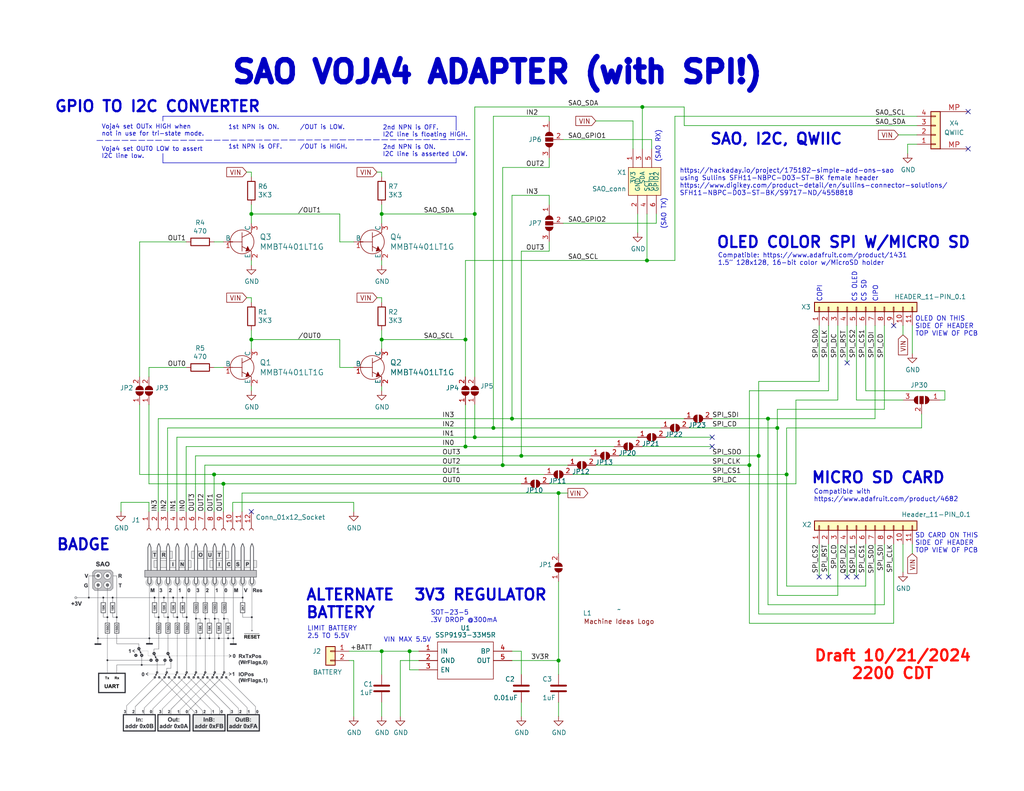
<source format=kicad_sch>
(kicad_sch (version 20231120) (generator "eeschema") (generator_version "8.0")
  (paper "A")
  (title_block (title "SAO Voja4 Adapter") (date "2024-10-21") (rev "1.0") (comment 3 "Designed by: Andy G., Koppany H.") (comment 4 "All non-polarized capacitors are X7R or X5R ceramic unless otherwise noted."))
  (lib_symbols
    (symbol "ANDY_SYMBOL_LIBRARY:GND" (power) (pin_names (offset 0))
      (property "Value" "GND" (at 3.937 -1.905 0))
      (symbol "GND_1_1"
        (pin power_in line (at 0 0 270) (length 0) hide (name "GND") (number "1"))
      )
    )
    (symbol "ANDY_SYMBOL_LIBRARY:MMBT4401LT1G-Digikey-Transistors" (pin_names (offset 0))
      (property "Reference" "Q4" (at 4.445 0 0))
      (property "Value" "MMBT4401LT1G" (at 4.572 -2.54 0))
      (symbol "MMBT4401LT1G-Digikey-Transistors_1_1"
        (pin input line (at -5.08 0 0) (length 2.54) (name "B") (number "1"))
        (pin passive line (at 2.54 -5.08 90) (length 2.54) (name "E") (number "2"))
        (pin passive line (at 2.54 5.08 270) (length 2.54) (name "C") (number "3"))
      )
    )
    (symbol "ANDY_SYMBOL_LIBRARY:Machine_Ideas_Logo"
      (property "Reference" "L" (at 0 0 0))
      (symbol "Machine_Ideas_Logo_1_1"
        (text "Machine Ideas Logo" (at 8.89 -2.032 0) (effects (font (size 1.27 1.27))))
      )
    )
    (symbol "ANDY_SYMBOL_LIBRARY:SAO_conn_SFH11-NBPC-D03-ST-BK-badgelife_shitty_addon_v169bis" (pin_names (offset 1.016))
      (property "Reference" "X1" (at -8.1534 1.1938 0))
      (property "Value" "SAO_conn_SFH11-NBPC-D03-ST-BK" (at -10.6934 -18.9484 0))
      (symbol "SAO_conn_SFH11-NBPC-D03-ST-BK-badgelife_shitty_addon_v169bis_1_1"
        (pin input line (at -3.81 7.62 270) (length 5.08) (name "3V3") (number "1"))
        (pin input line (at -2.54 -10.16 90) (length 5.08) (name "GND") (number "2"))
        (pin bidirectional line (at -1.27 7.62 270) (length 5.08) (name "SDA") (number "3"))
        (pin bidirectional line (at 0 -10.16 90) (length 5.08) (name "SCL") (number "4"))
        (pin bidirectional line (at 1.27 7.62 270) (length 5.08) (name "GPIO1") (number "5"))
        (pin bidirectional line (at 2.54 -10.16 90) (length 5.08) (name "GPIO2") (number "6"))
      )
    )
    (symbol "CORE_64_LIBRARY:Connector_QWIIC_4x1_MP" (pin_names (offset 1.016) hide)
      (property "Reference" "J" (at 0 5.08 0))
      (property "Value" "Connector_QWIIC_4x1_MP" (at 0 -7.62 0))
      (symbol "Connector_QWIIC_4x1_MP_1_1"
        (pin passive line (at -5.08 2.54 0) (length 3.81) (name "Pin_1") (number "1"))
        (pin passive line (at -5.08 0 0) (length 3.81) (name "Pin_2") (number "2"))
        (pin passive line (at -5.08 -2.54 0) (length 3.81) (name "Pin_3") (number "3"))
        (pin passive line (at -5.08 -5.08 0) (length 3.81) (name "Pin_4") (number "4"))
        (pin free line (at 8.89 -6.35 180) (length 7.62) (name "MP") (number "MP"))
        (pin free line (at 8.89 3.81 180) (length 7.62) (name "MP") (number "MP"))
      )
    )
    (symbol "CORE_64_LIBRARY:SGM2007-3.3XN5_TR" (pin_names (offset 0.762))
      (property "Reference" "U1" (at 12.7 6.8072 0))
      (property "Value" "SGM2007-3.3XN5_TR" (at 12.7 4.445 0))
      (symbol "SGM2007-3.3XN5_TR_0_0"
        (pin passive line (at 0 0 0) (length 5.08) (name "IN") (number "1"))
        (pin passive line (at 0 -2.54 0) (length 5.08) (name "GND") (number "2"))
        (pin passive line (at 0 -5.08 0) (length 5.08) (name "EN") (number "3"))
        (pin passive line (at 25.4 0 180) (length 5.08) (name "BP") (number "4"))
        (pin power_out line (at 25.4 -2.54 180) (length 5.08) (name "OUT") (number "5"))
      )
    )
    (symbol "Connector:Conn_01x12_Socket" (pin_names (offset 1.016) hide)
      (property "Reference" "J" (at 0 15.24 0))
      (property "Value" "Conn_01x12_Socket" (at 0 -17.78 0))
      (symbol "Conn_01x12_Socket_1_1"
        (pin passive line (at -5.08 12.7 0) (length 3.81) (name "Pin_1") (number "1"))
        (pin passive line (at -5.08 -10.16 0) (length 3.81) (name "Pin_10") (number "10"))
        (pin passive line (at -5.08 -12.7 0) (length 3.81) (name "Pin_11") (number "11"))
        (pin passive line (at -5.08 -15.24 0) (length 3.81) (name "Pin_12") (number "12"))
        (pin passive line (at -5.08 10.16 0) (length 3.81) (name "Pin_2") (number "2"))
        (pin passive line (at -5.08 7.62 0) (length 3.81) (name "Pin_3") (number "3"))
        (pin passive line (at -5.08 5.08 0) (length 3.81) (name "Pin_4") (number "4"))
        (pin passive line (at -5.08 2.54 0) (length 3.81) (name "Pin_5") (number "5"))
        (pin passive line (at -5.08 0 0) (length 3.81) (name "Pin_6") (number "6"))
        (pin passive line (at -5.08 -2.54 0) (length 3.81) (name "Pin_7") (number "7"))
        (pin passive line (at -5.08 -5.08 0) (length 3.81) (name "Pin_8") (number "8"))
        (pin passive line (at -5.08 -7.62 0) (length 3.81) (name "Pin_9") (number "9"))
      )
    )
    (symbol "Connector_Generic:Conn_01x02" (pin_names (offset 1.016) hide)
      (property "Reference" "J" (at 0 2.54 0))
      (property "Value" "Conn_01x02" (at 0 -5.08 0))
      (symbol "Conn_01x02_1_1"
        (pin passive line (at -5.08 0 0) (length 3.81) (name "Pin_1") (number "1"))
        (pin passive line (at -5.08 -2.54 0) (length 3.81) (name "Pin_2") (number "2"))
      )
    )
    (symbol "Connector_Generic:Conn_01x11" (pin_names (offset 1.016) hide)
      (property "Reference" "J" (at 0 15.24 0))
      (property "Value" "Conn_01x11" (at 0 -15.24 0))
      (symbol "Conn_01x11_1_1"
        (pin passive line (at -5.08 12.7 0) (length 3.81) (name "Pin_1") (number "1"))
        (pin passive line (at -5.08 -10.16 0) (length 3.81) (name "Pin_10") (number "10"))
        (pin passive line (at -5.08 -12.7 0) (length 3.81) (name "Pin_11") (number "11"))
        (pin passive line (at -5.08 10.16 0) (length 3.81) (name "Pin_2") (number "2"))
        (pin passive line (at -5.08 7.62 0) (length 3.81) (name "Pin_3") (number "3"))
        (pin passive line (at -5.08 5.08 0) (length 3.81) (name "Pin_4") (number "4"))
        (pin passive line (at -5.08 2.54 0) (length 3.81) (name "Pin_5") (number "5"))
        (pin passive line (at -5.08 0 0) (length 3.81) (name "Pin_6") (number "6"))
        (pin passive line (at -5.08 -2.54 0) (length 3.81) (name "Pin_7") (number "7"))
        (pin passive line (at -5.08 -5.08 0) (length 3.81) (name "Pin_8") (number "8"))
        (pin passive line (at -5.08 -7.62 0) (length 3.81) (name "Pin_9") (number "9"))
      )
    )
    (symbol "Device:C" (pin_numbers hide) (pin_names (offset 0.254))
      (property "Reference" "C" (at 0.635 2.54 0))
      (property "Value" "C" (at 0.635 -2.54 0))
      (symbol "C_1_1"
        (pin passive line (at 0 3.81 270) (length 2.794) (name "~") (number "1"))
        (pin passive line (at 0 -3.81 90) (length 2.794) (name "~") (number "2"))
      )
    )
    (symbol "Device:R" (pin_numbers hide) (pin_names (offset 0))
      (property "Reference" "R" (at 2.032 0 90))
      (property "Value" "R" (at 0 0 90))
      (symbol "R_1_1"
        (pin passive line (at 0 3.81 270) (length 1.27) (name "~") (number "1"))
        (pin passive line (at 0 -3.81 90) (length 1.27) (name "~") (number "2"))
      )
    )
    (symbol "Jumper:SolderJumper_2_Open" (pin_names (offset 0) hide)
      (property "Reference" "JP" (at 0 2.032 0))
      (property "Value" "SolderJumper_2_Open" (at 0 -2.54 0))
      (symbol "SolderJumper_2_Open_1_1"
        (pin passive line (at -3.81 0 0) (length 2.54) (name "A") (number "1"))
        (pin passive line (at 3.81 0 180) (length 2.54) (name "B") (number "2"))
      )
    )
    (symbol "Jumper:SolderJumper_3_Open" (pin_names (offset 0) hide) (exclude_from_sim yes) (in_bom no)
      (property "Reference" "JP" (at -2.54 -2.54 0))
      (property "Value" "SolderJumper_3_Open" (at 0 2.794 0))
      (symbol "SolderJumper_3_Open_1_1"
        (pin passive line (at -5.08 0 0) (length 2.54) (name "A") (number "1"))
        (pin passive line (at 0 -3.81 90) (length 2.54) (name "C") (number "2"))
        (pin passive line (at 5.08 0 180) (length 2.54) (name "B") (number "3"))
      )
    )
    (symbol "power:GND" (power) (pin_names (offset 0))
      (property "Value" "GND" (at 0 -3.81 0))
      (symbol "GND_1_1"
        (pin power_in line (at 0 0 270) (length 0) hide (name "GND") (number "1"))
      )
    )
  )
  (bus_alias "CA_SHIFT_REGISTER_BUS" (members "CM_SR_CLK" "CM_SR_LAT" "CM_SR_~{OE}" "CM_SR_SER1"))
  (bus_alias "CM_TRANSISTOR_DRIVE_BUS" (members "CM_Q1N" "CM_Q1P" "CM_Q2N" "CM_Q2P" "CM_Q3N" "CM_Q3P" "CM_Q4N" "CM_Q4P" "CM_Q5N" "CM_Q5P" "CM_Q6N" "CM_Q6P" "CM_Q7N" "CM_Q7P" "CM_Q8N" "CM_Q8P" "CM_Q9N" "CM_Q9P" "CM_Q10N" "CM_Q10P" "CA_SR_GPO_A" "CA_SR_GPO_B" "CA_SR_GPO_C" "CA_SR_GPO_D"))
  (bus_alias "GPIO_CPS_BUS" (members "GPIO1_CP1_SAO1" "GPIO2_CP2_SAO2" "GPIO3_CP3_DC" "GPIO4_CP4_CS2" "GPIO5_CP5_HS1" "GPIO6_CP6_HS2" "GPIO7_CP7_HS3" "GPIO8_CP8_HS4"))
  (bus_alias "I2C_3V3_BUS" (members "I2C_3V3_SCL" "I2C_3V3_SDA"))
  (bus_alias "SPI_3V3_BUS" (members "SPI_CD" "SPI_RESET" "SPI_SDI" "SPI_CS1" "SPI_CLK" "SPI_SDO"))
  (junction (at 142.24 124.46))
  (junction (at 152.4 134.62))
  (junction (at 209.55 114.3))
  (junction (at 129.54 119.38))
  (junction (at 134.62 116.84))
  (junction (at 214.63 129.54))
  (junction (at 152.4 180.34))
  (junction (at 204.47 127))
  (junction (at 175.26 29.21))
  (junction (at 68.58 92.71))
  (junction (at 137.16 127))
  (junction (at 207.01 124.46))
  (junction (at 104.14 58.42))
  (junction (at 176.53 71.12))
  (junction (at 212.09 116.84))
  (junction (at 104.14 177.8))
  (junction (at 104.14 92.71))
  (junction (at 139.7 114.3))
  (junction (at 60.96 132.08))
  (junction (at 68.58 58.42))
  (junction (at 58.42 129.54))
  (junction (at 111.76 177.8))
  (junction (at 127 92.71))
  (junction (at 129.54 58.42))
  (junction (at 127 121.92))
  (no_connect (at 231.14 99.06))
  (no_connect (at 264.16 30.48))
  (no_connect (at 226.06 157.48))
  (no_connect (at 194.31 121.92))
  (no_connect (at 68.58 139.7))
  (no_connect (at 231.14 157.48))
  (no_connect (at 194.31 119.38))
  (no_connect (at 223.52 157.48))
  (no_connect (at 243.84 88.9))
  (no_connect (at 233.68 157.48))
  (no_connect (at 264.16 40.64))
  (wire (pts (xy 139.7 177.8) (xy 142.24 177.8)))
  (wire (pts (xy 58.42 66.04) (xy 60.96 66.04)))
  (wire (pts (xy 40.64 139.7) (xy 40.64 137.16)))
  (wire (pts (xy 204.47 127) (xy 204.47 170.18)))
  (wire (pts (xy 104.14 58.42) (xy 129.54 58.42)))
  (wire (pts (xy 247.65 39.37) (xy 250.19 39.37)))
  (wire (pts (xy 104.14 191.77) (xy 104.14 195.58)))
  (wire (pts (xy 176.53 58.42) (xy 176.53 71.12)))
  (wire (pts (xy 236.22 88.9) (xy 236.22 106.68)))
  (wire (pts (xy 45.72 116.84) (xy 45.72 139.7)))
  (wire (pts (xy 111.76 177.8) (xy 114.3 177.8)))
  (wire (pts (xy 66.04 139.7) (xy 66.04 134.62)))
  (wire (pts (xy 60.96 132.08) (xy 142.24 132.08)))
  (wire (pts (xy 217.17 109.22) (xy 228.6 109.22)))
  (wire (pts (xy 68.58 71.12) (xy 68.58 72.39)))
  (wire (pts (xy 45.72 116.84) (xy 134.62 116.84)))
  (wire (pts (xy 38.1 66.04) (xy 38.1 102.87)))
  (wire (pts (xy 231.14 148.59) (xy 231.14 157.48)))
  (wire (pts (xy 153.67 38.1) (xy 177.8 38.1)))
  (wire (pts (xy 241.3 88.9) (xy 241.3 111.76)))
  (wire (pts (xy 58.42 129.54) (xy 148.59 129.54)))
  (wire (pts (xy 68.58 92.71) (xy 92.71 92.71)))
  (wire (pts (xy 186.69 34.29) (xy 186.69 29.21)))
  (wire (pts (xy 168.91 124.46) (xy 207.01 124.46)))
  (wire (pts (xy 43.18 114.3) (xy 139.7 114.3)))
  (wire (pts (xy 251.46 116.84) (xy 251.46 113.03)))
  (wire (pts (xy 162.56 33.02) (xy 172.72 33.02)))
  (wire (pts (xy 95.25 180.34) (xy 96.52 180.34)))
  (wire (pts (xy 53.34 124.46) (xy 142.24 124.46)))
  (wire (pts (xy 142.24 191.77) (xy 142.24 195.58)))
  (wire (pts (xy 33.02 137.16) (xy 33.02 139.7)))
  (wire (pts (xy 194.31 114.3) (xy 209.55 114.3)))
  (polyline (pts (xy 124.46 43.18) (xy 124.46 44.45)))
  (wire (pts (xy 204.47 127) (xy 204.47 106.68)))
  (wire (pts (xy 184.15 71.12) (xy 184.15 31.75)))
  (wire (pts (xy 204.47 127) (xy 162.56 127)))
  (wire (pts (xy 149.86 55.88) (xy 149.86 53.34)))
  (wire (pts (xy 102.87 81.28) (xy 104.14 81.28)))
  (wire (pts (xy 92.71 92.71) (xy 92.71 100.33)))
  (wire (pts (xy 127 121.92) (xy 167.64 121.92)))
  (wire (pts (xy 68.58 48.26) (xy 68.58 46.99)))
  (wire (pts (xy 212.09 162.56) (xy 228.6 162.56)))
  (wire (pts (xy 209.55 165.1) (xy 241.3 165.1)))
  (wire (pts (xy 104.14 48.26) (xy 104.14 46.99)))
  (polyline (pts (xy 124.46 44.45) (xy 44.45 44.45)))
  (wire (pts (xy 246.38 148.59) (xy 246.38 156.21)))
  (wire (pts (xy 241.3 148.59) (xy 241.3 165.1)))
  (wire (pts (xy 226.06 88.9) (xy 226.06 106.68)))
  (wire (pts (xy 175.26 29.21) (xy 186.69 29.21)))
  (wire (pts (xy 257.81 106.68) (xy 257.81 109.22)))
  (wire (pts (xy 139.7 53.34) (xy 139.7 114.3)))
  (wire (pts (xy 149.86 132.08) (xy 217.17 132.08)))
  (wire (pts (xy 134.62 31.75) (xy 134.62 116.84)))
  (wire (pts (xy 139.7 53.34) (xy 149.86 53.34)))
  (wire (pts (xy 156.21 129.54) (xy 214.63 129.54)))
  (wire (pts (xy 209.55 114.3) (xy 209.55 165.1)))
  (wire (pts (xy 60.96 132.08) (xy 40.64 132.08)))
  (wire (pts (xy 63.5 137.16) (xy 96.52 137.16)))
  (wire (pts (xy 175.26 29.21) (xy 175.26 40.64)))
  (wire (pts (xy 236.22 148.59) (xy 236.22 160.02)))
  (wire (pts (xy 152.4 134.62) (xy 154.94 134.62)))
  (wire (pts (xy 104.14 95.25) (xy 104.14 92.71)))
  (wire (pts (xy 228.6 88.9) (xy 228.6 109.22)))
  (wire (pts (xy 246.38 88.9) (xy 246.38 91.44)))
  (wire (pts (xy 38.1 110.49) (xy 38.1 129.54)))
  (wire (pts (xy 257.81 109.22) (xy 256.54 109.22)))
  (wire (pts (xy 177.8 38.1) (xy 177.8 40.64)))
  (wire (pts (xy 66.04 134.62) (xy 152.4 134.62)))
  (wire (pts (xy 226.06 157.48) (xy 226.06 148.59)))
  (wire (pts (xy 153.67 60.96) (xy 179.07 60.96)))
  (wire (pts (xy 152.4 134.62) (xy 152.4 151.13)))
  (wire (pts (xy 127 110.49) (xy 127 121.92)))
  (wire (pts (xy 149.86 66.04) (xy 149.86 68.58)))
  (wire (pts (xy 137.16 45.72) (xy 149.86 45.72)))
  (wire (pts (xy 58.42 129.54) (xy 38.1 129.54)))
  (wire (pts (xy 109.22 180.34) (xy 109.22 195.58)))
  (polyline (pts (xy 26.416 38.354) (xy 128.27 38.1)) (stroke (width 0) (type dash)))
  (wire (pts (xy 207.01 104.14) (xy 223.52 104.14)))
  (wire (pts (xy 104.14 177.8) (xy 111.76 177.8)))
  (wire (pts (xy 204.47 170.18) (xy 243.84 170.18)))
  (wire (pts (xy 68.58 58.42) (xy 92.71 58.42)))
  (wire (pts (xy 248.92 96.52) (xy 248.92 88.9)))
  (wire (pts (xy 104.14 105.41) (xy 104.14 106.68)))
  (wire (pts (xy 238.76 148.59) (xy 238.76 167.64)))
  (wire (pts (xy 96.52 180.34) (xy 96.52 195.58)))
  (wire (pts (xy 137.16 127) (xy 154.94 127)))
  (wire (pts (xy 248.92 148.59) (xy 248.92 151.13)))
  (wire (pts (xy 68.58 92.71) (xy 68.58 95.25)))
  (wire (pts (xy 58.42 139.7) (xy 58.42 129.54)))
  (wire (pts (xy 187.96 116.84) (xy 212.09 116.84)))
  (wire (pts (xy 207.01 124.46) (xy 207.01 104.14)))
  (wire (pts (xy 214.63 129.54) (xy 214.63 116.84)))
  (wire (pts (xy 114.3 180.34) (xy 109.22 180.34)))
  (polyline (pts (xy 44.45 33.02) (xy 44.45 31.75)))
  (wire (pts (xy 212.09 111.76) (xy 212.09 116.84)))
  (wire (pts (xy 43.18 114.3) (xy 43.18 139.7)))
  (wire (pts (xy 104.14 90.17) (xy 104.14 92.71)))
  (wire (pts (xy 149.86 43.18) (xy 149.86 45.72)))
  (wire (pts (xy 134.62 116.84) (xy 180.34 116.84)))
  (wire (pts (xy 38.1 66.04) (xy 50.8 66.04)))
  (wire (pts (xy 104.14 71.12) (xy 104.14 72.39)))
  (wire (pts (xy 236.22 106.68) (xy 257.81 106.68)))
  (wire (pts (xy 92.71 66.04) (xy 96.52 66.04)))
  (wire (pts (xy 212.09 111.76) (xy 241.3 111.76)))
  (wire (pts (xy 129.54 110.49) (xy 129.54 119.38)))
  (wire (pts (xy 139.7 114.3) (xy 186.69 114.3)))
  (wire (pts (xy 137.16 45.72) (xy 137.16 127)))
  (wire (pts (xy 68.58 82.55) (xy 68.58 81.28)))
  (polyline (pts (xy 44.45 41.91) (xy 44.45 44.45)))
  (wire (pts (xy 142.24 68.58) (xy 142.24 124.46)))
  (wire (pts (xy 40.64 110.49) (xy 40.64 132.08)))
  (wire (pts (xy 40.64 100.33) (xy 50.8 100.33)))
  (wire (pts (xy 127 92.71) (xy 127 102.87)))
  (wire (pts (xy 127 71.12) (xy 127 92.71)))
  (wire (pts (xy 175.26 121.92) (xy 194.31 121.92)))
  (wire (pts (xy 92.71 58.42) (xy 92.71 66.04)))
  (wire (pts (xy 139.7 180.34) (xy 152.4 180.34)))
  (wire (pts (xy 50.8 139.7) (xy 50.8 121.92)))
  (wire (pts (xy 129.54 29.21) (xy 129.54 58.42)))
  (wire (pts (xy 214.63 116.84) (xy 251.46 116.84)))
  (wire (pts (xy 68.58 105.41) (xy 68.58 106.68)))
  (wire (pts (xy 228.6 148.59) (xy 228.6 162.56)))
  (wire (pts (xy 214.63 160.02) (xy 214.63 129.54)))
  (wire (pts (xy 129.54 58.42) (xy 129.54 102.87)))
  (wire (pts (xy 223.52 148.59) (xy 223.52 157.48)))
  (wire (pts (xy 207.01 167.64) (xy 207.01 124.46)))
  (wire (pts (xy 212.09 116.84) (xy 212.09 162.56)))
  (wire (pts (xy 58.42 100.33) (xy 60.96 100.33)))
  (wire (pts (xy 223.52 104.14) (xy 223.52 88.9)))
  (wire (pts (xy 233.68 88.9) (xy 233.68 109.22)))
  (wire (pts (xy 114.3 182.88) (xy 111.76 182.88)))
  (wire (pts (xy 152.4 191.77) (xy 152.4 195.58)))
  (wire (pts (xy 247.65 41.91) (xy 247.65 39.37)))
  (wire (pts (xy 60.96 139.7) (xy 60.96 132.08)))
  (wire (pts (xy 104.14 58.42) (xy 104.14 60.96)))
  (wire (pts (xy 104.14 177.8) (xy 104.14 184.15)))
  (wire (pts (xy 67.31 81.28) (xy 68.58 81.28)))
  (wire (pts (xy 55.88 139.7) (xy 55.88 127)))
  (wire (pts (xy 184.15 31.75) (xy 250.19 31.75)))
  (wire (pts (xy 245.11 36.83) (xy 250.19 36.83)))
  (wire (pts (xy 209.55 114.3) (xy 238.76 114.3)))
  (wire (pts (xy 92.71 100.33) (xy 96.52 100.33)))
  (wire (pts (xy 231.14 88.9) (xy 231.14 99.06)))
  (wire (pts (xy 40.64 102.87) (xy 40.64 100.33)))
  (wire (pts (xy 134.62 31.75) (xy 149.86 31.75)))
  (wire (pts (xy 152.4 180.34) (xy 152.4 184.15)))
  (wire (pts (xy 129.54 29.21) (xy 175.26 29.21)))
  (wire (pts (xy 173.99 63.5) (xy 173.99 58.42)))
  (polyline (pts (xy 124.46 31.75) (xy 124.46 35.56)))
  (wire (pts (xy 68.58 55.88) (xy 68.58 58.42)))
  (polyline (pts (xy 44.45 31.75) (xy 124.46 31.75)))
  (wire (pts (xy 50.8 121.92) (xy 127 121.92)))
  (wire (pts (xy 186.69 34.29) (xy 250.19 34.29)))
  (wire (pts (xy 104.14 82.55) (xy 104.14 81.28)))
  (wire (pts (xy 149.86 33.02) (xy 149.86 31.75)))
  (wire (pts (xy 111.76 182.88) (xy 111.76 177.8)))
  (wire (pts (xy 233.68 148.59) (xy 233.68 157.48)))
  (wire (pts (xy 238.76 167.64) (xy 207.01 167.64)))
  (wire (pts (xy 104.14 55.88) (xy 104.14 58.42)))
  (wire (pts (xy 104.14 92.71) (xy 127 92.71)))
  (wire (pts (xy 179.07 58.42) (xy 179.07 60.96)))
  (wire (pts (xy 214.63 160.02) (xy 236.22 160.02)))
  (wire (pts (xy 129.54 119.38) (xy 173.99 119.38)))
  (wire (pts (xy 96.52 137.16) (xy 96.52 139.7)))
  (wire (pts (xy 67.31 46.99) (xy 68.58 46.99)))
  (wire (pts (xy 127 71.12) (xy 176.53 71.12)))
  (wire (pts (xy 243.84 148.59) (xy 243.84 170.18)))
  (wire (pts (xy 48.26 119.38) (xy 129.54 119.38)))
  (wire (pts (xy 152.4 158.75) (xy 152.4 180.34)))
  (wire (pts (xy 142.24 68.58) (xy 149.86 68.58)))
  (wire (pts (xy 55.88 127) (xy 137.16 127)))
  (wire (pts (xy 102.87 46.99) (xy 104.14 46.99)))
  (wire (pts (xy 68.58 58.42) (xy 68.58 60.96)))
  (wire (pts (xy 181.61 119.38) (xy 194.31 119.38)))
  (wire (pts (xy 238.76 88.9) (xy 238.76 114.3)))
  (wire (pts (xy 48.26 139.7) (xy 48.26 119.38)))
  (wire (pts (xy 142.24 124.46) (xy 161.29 124.46)))
  (wire (pts (xy 53.34 139.7) (xy 53.34 124.46)))
  (wire (pts (xy 95.25 177.8) (xy 104.14 177.8)))
  (wire (pts (xy 33.02 137.16) (xy 40.64 137.16)))
  (wire (pts (xy 217.17 132.08) (xy 217.17 109.22)))
  (wire (pts (xy 68.58 90.17) (xy 68.58 92.71)))
  (wire (pts (xy 63.5 137.16) (xy 63.5 139.7)))
  (wire (pts (xy 176.53 71.12) (xy 184.15 71.12)))
  (wire (pts (xy 204.47 106.68) (xy 226.06 106.68)))
  (wire (pts (xy 142.24 177.8) (xy 142.24 184.15)))
  (wire (pts (xy 246.38 109.22) (xy 233.68 109.22)))
  (wire (pts (xy 172.72 33.02) (xy 172.72 40.64)))
  (image (at 46.99 173.99) (scale 0.237613))
  (text "https://hackaday.io/project/175182-simple-add-ons-sao\nusing Sullins SFH11-NBPC-D03-ST-BK female header\nhttps://www.digikey.com/product-detail/en/sullins-connector-solutions/\nSFH11-NBPC-D03-ST-BK/S9717-ND/4558818" (at 185.42 53.594 0) (effects (font (size 1.27 1.27)) (justify left bottom)))
  (text "COPI" (at 224.409 82.55 90) (effects (font (size 1.27 1.27)) (justify left bottom)))
  (text "CS SD" (at 236.474 82.55 90) (effects (font (size 1.27 1.27)) (justify left bottom)))
  (text "2nd NPN is ON.\nI2C line is asserted LOW." (at 104.394 42.926 0) (effects (font (size 1.1938 1.1938)) (justify left bottom)))
  (text "Draft 10/21/2024\n2200 CDT" (at 243.586 181.61 0) (effects (font (size 3 3) (thickness 0.6) (bold yes))))
  (text "3V3 REGULATOR" (at 112.776 164.338 0) (effects (font (size 3 3) (thickness 0.6) (bold yes)) (justify left bottom)))
  (text "Compatible with \nhttps://www.adafruit.com/product/4682" (at 221.996 137.16 0) (effects (font (size 1.27 1.27)) (justify left bottom)))
  (text "GPIO TO I2C CONVERTER" (at 14.732 30.988 0) (effects (font (size 3 3) (thickness 0.5994) (bold yes)) (justify left bottom)))
  (text "Voja4 set OUTx HIGH when \nnot in use for tri-state mode." (at 27.686 37.338 0) (effects (font (size 1.1938 1.1938)) (justify left bottom)))
  (text "SAO VOJA4 ADAPTER (with SPI!)" (at 62.738 23.368 0) (effects (font (size 6 6) (thickness 1.6) (bold yes)) (justify left bottom)))
  (text "CS OLED" (at 233.934 82.55 90) (effects (font (size 1.27 1.27)) (justify left bottom)))
  (text "Voja4 set OUT0 LOW to assert\nI2C line low." (at 27.686 43.434 0) (effects (font (size 1.1938 1.1938)) (justify left bottom)))
  (text "MICRO SD CARD" (at 221.234 132.334 0) (effects (font (size 3 3) (thickness 0.6) (bold yes)) (justify left bottom)))
  (text "SOT-23-5\n.3V DROP @300mA" (at 117.475 170.18 0) (effects (font (size 1.27 1.27)) (justify left bottom)))
  (text "OLED ON THIS\nSIDE OF HEADER\nTOP VIEW OF PCB" (at 249.682 91.948 0) (effects (font (size 1.27 1.27)) (justify left bottom)))
  (text "2nd NPN is OFF.\nI2C line is floating HIGH." (at 104.394 37.592 0) (effects (font (size 1.1938 1.1938)) (justify left bottom)))
  (text "Compatible: https://www.adafruit.com/product/1431\n1.5” 128x128, 16-bit color w/MicroSD holder" (at 195.834 72.644 0) (effects (font (size 1.27 1.27)) (justify left bottom)))
  (text "ALTERNATE\nBATTERY" (at 83.312 169.164 0) (effects (font (size 3 3) (thickness 0.5994) (bold yes)) (justify left bottom)))
  (text "(SAO TX)" (at 181.864 62.738 90) (effects (font (size 1.27 1.27)) (justify left bottom)))
  (text "1st NPN is ON." (at 62.23 35.56 0) (effects (font (size 1.1938 1.1938)) (justify left bottom)))
  (text "VIN MAX 5.5V" (at 104.648 175.514 0) (effects (font (size 1.27 1.27)) (justify left bottom)))
  (text "1st NPN is OFF." (at 62.23 40.894 0) (effects (font (size 1.1938 1.1938)) (justify left bottom)))
  (text "BADGE" (at 15.24 150.622 0) (effects (font (size 3 3) (thickness 0.6) (bold yes)) (justify left bottom)))
  (text "OLED COLOR SPI W/MICRO SD" (at 195.326 68.072 0) (effects (font (size 3 3) (thickness 0.6) (bold yes)) (justify left bottom)))
  (text "SAO, I2C, QWIIC" (at 193.548 39.878 0) (effects (font (size 3 3) (thickness 0.5994) (bold yes)) (justify left bottom)))
  (text "SD CARD ON THIS\nSIDE OF HEADER\nTOP VIEW OF PCB" (at 249.682 151.13 0) (effects (font (size 1.27 1.27)) (justify left bottom)))
  (text "CIPO" (at 239.649 82.55 90) (effects (font (size 1.27 1.27)) (justify left bottom)))
  (text "/OUT is HIGH." (at 81.788 40.894 0) (effects (font (size 1.1938 1.1938)) (justify left bottom)))
  (text "/OUT is LOW." (at 81.788 35.56 0) (effects (font (size 1.1938 1.1938)) (justify left bottom)))
  (text "LIMIT BATTERY\n2.5 TO 5.5V" (at 83.82 174.498 0) (effects (font (size 1.27 1.27)) (justify left bottom)))
  (text "(SAO RX)" (at 180.34 44.45 90) (effects (font (size 1.27 1.27)) (justify left bottom)))
  (label "SAO_SDA" (at 154.94 29.21 0))
  (label "SPI_CD" (at 228.6 148.59 270))
  (label "OUT2" (at 55.88 139.7 90))
  (label "IN3" (at 120.65 114.3 0))
  (label "IN3" (at 143.51 53.34 0))
  (label "SAO_GPIO1" (at 154.94 38.1 0))
  (label "OUT2" (at 120.65 127 0))
  (label "SPI_SDI" (at 241.3 148.59 270))
  (label "SAO_SCL" (at 154.94 71.12 0))
  (label "{slash}OUT0" (at 81.28 92.71 0))
  (label "SPI_CS2" (at 233.68 97.79 90))
  (label "SPI_CS1" (at 194.31 129.54 0))
  (label "OUT1" (at 120.65 129.54 0))
  (label "OUT3" (at 120.65 124.46 0))
  (label "SPI_CS2" (at 223.52 148.59 270))
  (label "IN2" (at 45.72 139.7 90))
  (label "OUT0" (at 45.72 100.33 0))
  (label "SPI_DC" (at 194.31 132.08 0))
  (label "{slash}OUT1" (at 81.28 58.42 0))
  (label "QSPI_D2" (at 231.14 148.59 270))
  (label "SAO_GPIO2" (at 154.94 60.96 0))
  (label "SPI_CD" (at 194.31 116.84 0))
  (label "IN2" (at 143.51 31.75 0))
  (label "SPI_DC" (at 228.6 97.79 90))
  (label "QSPI_D1" (at 233.68 148.59 270))
  (label "SAO_SCL" (at 238.76 31.75 0))
  (label "OUT0" (at 120.65 132.08 0))
  (label "SPI_CS1" (at 236.22 148.59 270))
  (label "IN2" (at 120.65 116.84 0))
  (label "SPI_CD" (at 241.3 97.79 90))
  (label "IN0" (at 50.8 139.7 90))
  (label "OUT1" (at 45.72 66.04 0))
  (label "SPI_RST" (at 226.06 148.59 270))
  (label "+BATT" (at 101.6 177.8 180))
  (label "OUT3" (at 143.51 68.58 0))
  (label "IN1" (at 120.65 119.38 0))
  (label "SPI_SDI" (at 194.31 114.3 0))
  (label "SAO_SDA" (at 238.76 34.29 0))
  (label "SAO_SCL" (at 115.57 92.71 0))
  (label "IN1" (at 48.26 139.7 90))
  (label "OUT0" (at 60.96 139.7 90))
  (label "IN0" (at 120.65 121.92 0))
  (label "OUT2" (at 143.51 45.72 0))
  (label "SAO_SDA" (at 115.57 58.42 0))
  (label "SPI_CLK" (at 226.06 97.79 90))
  (label "OUT3" (at 53.34 139.7 90))
  (label "SPI_SDO" (at 238.76 148.59 270))
  (label "IN3" (at 43.18 139.7 90))
  (label "SPI_SDO" (at 194.31 124.46 0))
  (label "SPI_CLK" (at 194.31 127 0))
  (label "SPI_RST" (at 231.14 97.79 90))
  (label "3V3R" (at 149.86 180.34 180))
  (label "SPI_CLK" (at 243.84 148.59 270))
  (label "SPI_SDO" (at 223.52 97.79 90))
  (label "SPI_CS1" (at 236.22 97.79 90))
  (label "OUT1" (at 58.42 139.7 90))
  (label "SPI_SDI" (at 238.76 97.79 90))
  (global_label "VIN" (shape output) (at 154.94 134.62 0) (property "Intersheetrefs" "${INTERSHEET_REFS}" (effects (hide yes))))
  (global_label "VIN" (shape input) (at 162.56 33.02 180) (property "Intersheetrefs" "${INTERSHEET_REFS}" (effects (hide yes))))
  (global_label "VIN" (shape input) (at 248.92 151.13 270) (property "Intersheetrefs" "${INTERSHEET_REFS}" (effects (hide yes))))
  (global_label "VIN" (shape input) (at 245.11 36.83 180) (property "Intersheetrefs" "${INTERSHEET_REFS}" (effects (hide yes))))
  (global_label "VIN" (shape input) (at 67.31 46.99 180) (property "Intersheetrefs" "${INTERSHEET_REFS}" (effects (hide yes))))
  (global_label "VIN" (shape input) (at 102.87 81.28 180) (property "Intersheetrefs" "${INTERSHEET_REFS}" (effects (hide yes))))
  (global_label "VIN" (shape input) (at 246.38 91.44 270) (property "Intersheetrefs" "${INTERSHEET_REFS}" (effects (hide yes))))
  (global_label "VIN" (shape input) (at 67.31 81.28 180) (property "Intersheetrefs" "${INTERSHEET_REFS}" (effects (hide yes))))
  (global_label "VIN" (shape input) (at 102.87 46.99 180) (property "Intersheetrefs" "${INTERSHEET_REFS}" (effects (hide yes))))
  (symbol (lib_id "Jumper:SolderJumper_2_Open") (at 177.8 119.38 0) (mirror x) (unit 1)
    (property "Reference" "JP21" (at 177.546 121.158 0))
    (property "Value" "JP" (effects (hide yes)))
    (property "Footprint" "Jumper:SolderJumper-2_P1.3mm_Open_RoundedPad1.0x1.5mm" (effects (hide yes)))
    (property "Populate" "DNP" (effects (hide yes)))
  )
  (symbol (lib_id "Connector_Generic:Conn_01x11") (at 236.22 143.51 90) (unit 1)
    (property "Reference" "X2" (at 221.488 143.256 90) (effects (justify left)))
    (property "Value" "Header_11-PIN_0.1" (at 264.922 140.462 90) (effects (justify left)))
    (property "Footprint" "Connector_PinSocket_2.54mm:PinSocket_1x11_P2.54mm_Vertical" (effects (hide yes)))
    (property "Insert?" "No" (effects (hide yes)))
    (property "Populate" "DNP" (effects (hide yes)))
    (property "User Optional" "yes" (effects (hide yes)))
  )
  (symbol (lib_id "ANDY_SYMBOL_LIBRARY:MMBT4401LT1G-Digikey-Transistors") (at 66.04 66.04 0) (unit 1)
    (property "Reference" "Q3" (at 70.8152 64.6938 0) (effects (font (size 1.524 1.524)) (justify left)))
    (property "Value" "MMBT4401LT1G" (at 70.8152 67.3862 0) (effects (font (size 1.524 1.524)) (justify left)))
    (property "Footprint" "digikey-footprints:SOT-23-3" (effects (hide yes)))
    (property "Datasheet" "http://www.onsemi.com/pub/Collateral/MMBT4401LT1-D.PDF" (effects (hide yes)))
    (property "Description" "TRANS NPN 40V 0.6A SOT23" (effects (hide yes)))
    (property "Digi-Key_PN" "MMBT4401LT1GOSCT-ND" (effects (hide yes)))
    (property "MPN" "MMBT4401LT1G" (effects (hide yes)))
    (property "Category" "Discrete Semiconductor Products" (effects (hide yes)))
    (property "Family" "Transistors - Bipolar (BJT) - Single" (effects (hide yes)))
    (property "DK_Datasheet_Link" "http://www.onsemi.com/pub/Collateral/MMBT4401LT1-D.PDF" (effects (hide yes)))
    (property "DK_Detail_Page" "/product-detail/en/on-semiconductor/MMBT4401LT1G/MMBT4401LT1GOSCT-ND/1139819" (effects (hide yes)))
    (property "Manufacturer" "ON Semiconductor" (effects (hide yes)))
    (property "Status" "Active" (effects (hide yes)))
    (property "MPN(Secondary)" "MMBT4401-7-F" (effects (hide yes)))
    (property "Manufacturer(Secondary)" "Diodes Inc." (effects (hide yes)))
    (property "Manufacturer_Name" "Onsemi" (effects (hide yes)))
    (property "Insert?" "Yes" (effects (hide yes)))
    (property "LCSC" "C31776" (effects (hide yes)))
    (property "Populate" "yes" (effects (hide yes)))
  )
  (symbol (lib_id "Jumper:SolderJumper_2_Open") (at 152.4 154.94 90) (unit 1)
    (property "Reference" "JP1" (at 148.844 154.178 90))
    (property "Value" "VSEL" (effects (hide yes)))
    (property "Footprint" "Jumper:SolderJumper-2_P1.3mm_Open_RoundedPad1.0x1.5mm" (effects (hide yes)))
    (property "Populate" "DNP" (effects (hide yes)))
  )
  (symbol (lib_id "ANDY_SYMBOL_LIBRARY:GND") (at 104.14 72.39 0) (unit 1)
    (property "Reference" "#PWR06" (effects (hide yes)))
    (property "Value" "GND" (at 104.267 76.835 0))
  )
  (symbol (lib_id "Connector:Conn_01x12_Socket") (at 53.34 144.78 90) (mirror x) (unit 1)
    (property "Reference" "J1" (at 37.084 141.986 90))
    (property "Value" "Conn_01x12_Socket" (at 79.248 141.224 90))
    (property "Footprint" "Connector_PinSocket_2.54mm:PinSocket_1x12_P2.54mm_Horizontal" (effects (hide yes)))
    (property "Description" "Generic connector, single row, 01x12, script generated" (effects (hide yes)))
  )
  (symbol (lib_id "Jumper:SolderJumper_2_Open") (at 129.54 106.68 270) (mirror x) (unit 1)
    (property "Reference" "JP5" (at 132.842 105.41 90))
    (property "Value" "JP" (effects (hide yes)))
    (property "Footprint" "Jumper:SolderJumper-2_P1.3mm_Open_RoundedPad1.0x1.5mm" (effects (hide yes)))
    (property "Populate" "DNP" (effects (hide yes)))
  )
  (symbol (lib_id "ANDY_SYMBOL_LIBRARY:GND") (at 68.58 72.39 0) (unit 1)
    (property "Reference" "#PWR05" (effects (hide yes)))
    (property "Value" "GND" (at 68.707 76.835 0))
  )
  (symbol (lib_id "Jumper:SolderJumper_2_Open") (at 190.5 114.3 0) (mirror x) (unit 1)
    (property "Reference" "JP23" (at 190.246 116.078 0))
    (property "Value" "JP" (effects (hide yes)))
    (property "Footprint" "Jumper:SolderJumper-2_P1.3mm_Open_RoundedPad1.0x1.5mm" (effects (hide yes)))
    (property "Populate" "DNP" (effects (hide yes)))
  )
  (symbol (lib_id "CORE_64_LIBRARY:SGM2007-3.3XN5_TR") (at 114.3 177.8 0) (unit 1)
    (property "Reference" "U1" (at 127 171.45 0))
    (property "Value" "SSP9193-33M5R" (at 127 173.355 0))
    (property "Footprint" "Package_TO_SOT_SMD:SOT-23-5" (effects (hide yes)))
    (property "Description" "Fixed 3.3V 300mV @ 300mA SOT-23-5 Dropout Regulators(LDO) RoHS" (effects (hide yes)))
    (property "Height" "???" (effects (hide yes)))
    (property "Manufacturer_Name" "SG Micro" (effects (hide yes)))
    (property "Manufacturer_Part_Number" "SGM2007-3.3XN5/TR" (effects (hide yes)))
    (property "Arrow Part Number" "SGM2007-3.3XN5/TR" (effects (hide yes)))
    (property "Arrow Price/Stock" "https://www.arrow.com/" (effects (hide yes)))
    (property "Mouser Part Number" "SGM2007-3.3XN5/TR" (effects (hide yes)))
    (property "Mouser Price/Stock" "https://www.mouser.com/" (effects (hide yes)))
    (property "LCSC" "C411022" (effects (hide yes)))
    (property "MPN" "SGM2007-3.3XN5_TR" (effects (hide yes)))
    (property "Populate" "yes" (effects (hide yes)))
  )
  (symbol (lib_id "ANDY_SYMBOL_LIBRARY:GND") (at 173.99 63.5 0) (unit 1)
    (property "Reference" "#PWR02" (effects (hide yes)))
    (property "Value" "GND" (at 174.117 67.945 0))
  )
  (symbol (lib_id "ANDY_SYMBOL_LIBRARY:Machine_Ideas_Logo") (at 160.02 167.64 0) (unit 1)
    (property "Reference" "L1" (at 160.274 167.386 0))
    (property "Value" "~" (at 168.91 166.37 0))
    (property "Footprint" "Andy_Footprint_Library:Machine_Ideas_logo" (effects (hide yes)))
  )
  (symbol (lib_id "power:GND") (at 142.24 195.58 0) (unit 1)
    (property "Reference" "#PWR011" (effects (hide yes)))
    (property "Value" "GND" (at 142.367 200.025 0))
  )
  (symbol (lib_id "Device:R") (at 104.14 86.36 0) (unit 1)
    (property "Reference" "R2" (at 105.918 85.1916 0) (effects (justify left)))
    (property "Value" "3K3" (at 105.918 87.503 0) (effects (justify left)))
    (property "Footprint" "Resistor_SMD:R_0805_2012Metric" (effects (hide yes)))
    (property "Description" "RES 1.8K OHM" (effects (hide yes)))
    (property "Value_Modifier" "1%" (effects (hide yes)))
    (property "Insert?" "Yes" (effects (hide yes)))
    (property "LCSC" "C17398" (effects (hide yes)))
    (property "Populate" "yes" (effects (hide yes)))
  )
  (symbol (lib_id "Connector_Generic:Conn_01x02") (at 90.17 177.8 0) (mirror y) (unit 1)
    (property "Reference" "J2" (at 87.63 177.8 0) (effects (justify left)))
    (property "Value" "BATTERY" (at 93.345 183.515 0) (effects (justify left)))
    (property "Footprint" "Connector_PinSocket_2.54mm:PinSocket_1x02_P2.54mm_Vertical" (effects (hide yes)))
    (property "Populate" "DNP" (effects (hide yes)))
    (property "User Optional" "Yes" (effects (hide yes)))
  )
  (symbol (lib_id "Device:C") (at 104.14 187.96 0) (mirror y) (unit 1)
    (property "Reference" "C1" (at 101.8286 186.7916 0) (effects (justify left)))
    (property "Value" "1uF" (at 101.8286 189.103 0) (effects (justify left)))
    (property "Footprint" "Capacitor_SMD:C_0805_2012Metric" (effects (hide yes)))
    (property "LCSC" "C28323" (effects (hide yes)))
    (property "Populate" "yes" (effects (hide yes)))
  )
  (symbol (lib_id "ANDY_SYMBOL_LIBRARY:GND") (at 33.02 139.7 0) (unit 1)
    (property "Reference" "#PWR01" (effects (hide yes)))
    (property "Value" "GND" (at 33.147 144.145 0))
  )
  (symbol (lib_id "Jumper:SolderJumper_2_Open") (at 165.1 124.46 0) (mirror x) (unit 1)
    (property "Reference" "JP13" (at 164.846 126.238 0))
    (property "Value" "JP" (effects (hide yes)))
    (property "Footprint" "Jumper:SolderJumper-2_P1.3mm_Open_RoundedPad1.0x1.5mm" (effects (hide yes)))
    (property "Populate" "DNP" (effects (hide yes)))
  )
  (symbol (lib_id "Jumper:SolderJumper_2_Open") (at 146.05 132.08 0) (mirror x) (unit 1)
    (property "Reference" "JP10" (at 145.796 133.858 0))
    (property "Value" "JP" (effects (hide yes)))
    (property "Footprint" "Jumper:SolderJumper-2_P1.3mm_Open_RoundedPad1.0x1.5mm" (effects (hide yes)))
    (property "Populate" "DNP" (effects (hide yes)))
  )
  (symbol (lib_id "Jumper:SolderJumper_2_Open") (at 40.64 106.68 270) (mirror x) (unit 1)
    (property "Reference" "JP3" (at 44.196 105.918 90))
    (property "Value" "JP" (effects (hide yes)))
    (property "Footprint" "Jumper:SolderJumper-2_P1.3mm_Open_RoundedPad1.0x1.5mm" (effects (hide yes)))
    (property "Populate" "DNP" (effects (hide yes)))
  )
  (symbol (lib_id "Device:R") (at 104.14 52.07 0) (unit 1)
    (property "Reference" "R7" (at 105.918 50.9016 0) (effects (justify left)))
    (property "Value" "3K3" (at 105.918 53.213 0) (effects (justify left)))
    (property "Footprint" "Resistor_SMD:R_0805_2012Metric" (effects (hide yes)))
    (property "Description" "RES 1.8K OHM" (effects (hide yes)))
    (property "Value_Modifier" "1%" (effects (hide yes)))
    (property "Insert?" "Yes" (effects (hide yes)))
    (property "LCSC" "C17398" (effects (hide yes)))
    (property "Populate" "yes" (effects (hide yes)))
  )
  (symbol (lib_id "Device:R") (at 54.61 66.04 270) (unit 1)
    (property "Reference" "R4" (at 54.61 60.7822 90))
    (property "Value" "470" (at 54.61 63.0936 90))
    (property "Footprint" "Resistor_SMD:R_0805_2012Metric" (effects (hide yes)))
    (property "Description" "RES 470 OHM" (effects (hide yes)))
    (property "Value_Modifier" "10%" (effects (hide yes)))
    (property "Insert?" "Yes" (effects (hide yes)))
    (property "LCSC" "C17710" (effects (hide yes)))
    (property "Populate" "yes" (effects (hide yes)))
  )
  (symbol (lib_id "Device:R") (at 54.61 100.33 270) (unit 1)
    (property "Reference" "R5" (at 54.61 95.0722 90))
    (property "Value" "470" (at 54.61 97.3836 90))
    (property "Footprint" "Resistor_SMD:R_0805_2012Metric" (effects (hide yes)))
    (property "Description" "RES 470 OHM" (effects (hide yes)))
    (property "Value_Modifier" "10%" (effects (hide yes)))
    (property "Insert?" "Yes" (effects (hide yes)))
    (property "LCSC" "C17710" (effects (hide yes)))
    (property "Populate" "yes" (effects (hide yes)))
  )
  (symbol (lib_id "ANDY_SYMBOL_LIBRARY:MMBT4401LT1G-Digikey-Transistors") (at 101.6 66.04 0) (unit 1)
    (property "Reference" "Q4" (at 106.3752 64.6938 0) (effects (font (size 1.524 1.524)) (justify left)))
    (property "Value" "MMBT4401LT1G" (at 106.3752 67.3862 0) (effects (font (size 1.524 1.524)) (justify left)))
    (property "Footprint" "digikey-footprints:SOT-23-3" (effects (hide yes)))
    (property "Datasheet" "http://www.onsemi.com/pub/Collateral/MMBT4401LT1-D.PDF" (effects (hide yes)))
    (property "Description" "TRANS NPN 40V 0.6A SOT23" (effects (hide yes)))
    (property "Digi-Key_PN" "MMBT4401LT1GOSCT-ND" (effects (hide yes)))
    (property "MPN" "MMBT4401LT1G" (effects (hide yes)))
    (property "Category" "Discrete Semiconductor Products" (effects (hide yes)))
    (property "Family" "Transistors - Bipolar (BJT) - Single" (effects (hide yes)))
    (property "DK_Datasheet_Link" "http://www.onsemi.com/pub/Collateral/MMBT4401LT1-D.PDF" (effects (hide yes)))
    (property "DK_Detail_Page" "/product-detail/en/on-semiconductor/MMBT4401LT1G/MMBT4401LT1GOSCT-ND/1139819" (effects (hide yes)))
    (property "Manufacturer" "ON Semiconductor" (effects (hide yes)))
    (property "Status" "Active" (effects (hide yes)))
    (property "MPN(Secondary)" "MMBT4401-7-F" (effects (hide yes)))
    (property "Manufacturer(Secondary)" "Diodes Inc." (effects (hide yes)))
    (property "Manufacturer_Name" "Onsemi" (effects (hide yes)))
    (property "Insert?" "Yes" (effects (hide yes)))
    (property "LCSC" "C31776" (effects (hide yes)))
    (property "Populate" "yes" (effects (hide yes)))
  )
  (symbol (lib_id "Jumper:SolderJumper_2_Open") (at 171.45 121.92 0) (mirror x) (unit 1)
    (property "Reference" "JP20" (at 171.196 123.698 0))
    (property "Value" "JP" (effects (hide yes)))
    (property "Footprint" "Jumper:SolderJumper-2_P1.3mm_Open_RoundedPad1.0x1.5mm" (effects (hide yes)))
    (property "Populate" "DNP" (effects (hide yes)))
  )
  (symbol (lib_id "ANDY_SYMBOL_LIBRARY:GND") (at 96.52 139.7 0) (unit 1)
    (property "Reference" "#PWR09" (effects (hide yes)))
    (property "Value" "GND" (at 96.647 144.145 0))
  )
  (symbol (lib_id "ANDY_SYMBOL_LIBRARY:SAO_conn_SFH11-NBPC-D03-ST-BK-badgelife_shitty_addon_v169bis") (at 176.53 48.26 0) (unit 1)
    (property "Reference" "X1" (at 168.3766 47.0662 0) (effects (justify left)))
    (property "Value" "SAO_conn" (at 161.544 51.562 0) (effects (justify left)))
    (property "Footprint" "Andy_Footprint_Library:Badgelife-SAOv169-BADGE-2x3-no-front-text" (effects (hide yes)))
    (property "Description" "CONN HDR 6POS KEYED SOCKET 0.1 T.H." (effects (hide yes)))
    (property "MPN" "SFH11-NBPC-D03-ST-BK" (effects (hide yes)))
    (property "Manufacturer_Name" "Sullins" (effects (hide yes)))
    (property "Insert?" "Yes" (effects (hide yes)))
    (property "Populate" "DNP" (effects (hide yes)))
    (property "User Optional" "yes" (effects (hide yes)))
  )
  (symbol (lib_id "ANDY_SYMBOL_LIBRARY:MMBT4401LT1G-Digikey-Transistors") (at 66.04 100.33 0) (unit 1)
    (property "Reference" "Q1" (at 70.8152 98.9838 0) (effects (font (size 1.524 1.524)) (justify left)))
    (property "Value" "MMBT4401LT1G" (at 70.8152 101.6762 0) (effects (font (size 1.524 1.524)) (justify left)))
    (property "Footprint" "digikey-footprints:SOT-23-3" (effects (hide yes)))
    (property "Datasheet" "http://www.onsemi.com/pub/Collateral/MMBT4401LT1-D.PDF" (effects (hide yes)))
    (property "Description" "TRANS NPN 40V 0.6A SOT23" (effects (hide yes)))
    (property "Digi-Key_PN" "MMBT4401LT1GOSCT-ND" (effects (hide yes)))
    (property "MPN" "MMBT4401LT1G" (effects (hide yes)))
    (property "Category" "Discrete Semiconductor Products" (effects (hide yes)))
    (property "Family" "Transistors - Bipolar (BJT) - Single" (effects (hide yes)))
    (property "DK_Datasheet_Link" "http://www.onsemi.com/pub/Collateral/MMBT4401LT1-D.PDF" (effects (hide yes)))
    (property "DK_Detail_Page" "/product-detail/en/on-semiconductor/MMBT4401LT1G/MMBT4401LT1GOSCT-ND/1139819" (effects (hide yes)))
    (property "Manufacturer" "ON Semiconductor" (effects (hide yes)))
    (property "Status" "Active" (effects (hide yes)))
    (property "MPN(Secondary)" "MMBT4401-7-F" (effects (hide yes)))
    (property "Manufacturer(Secondary)" "Diodes Inc." (effects (hide yes)))
    (property "Manufacturer_Name" "Onsemi" (effects (hide yes)))
    (property "Insert?" "Yes" (effects (hide yes)))
    (property "LCSC" "C31776" (effects (hide yes)))
    (property "Populate" "yes" (effects (hide yes)))
  )
  (symbol (lib_id "ANDY_SYMBOL_LIBRARY:GND") (at 68.58 106.68 0) (unit 1)
    (property "Reference" "#PWR03" (effects (hide yes)))
    (property "Value" "GND" (at 68.707 111.125 0))
  )
  (symbol (lib_id "power:GND") (at 246.38 156.21 0) (unit 1)
    (property "Reference" "#PWR08" (effects (hide yes)))
    (property "Value" "GND" (at 246.507 160.655 0))
  )
  (symbol (lib_id "Device:C") (at 142.24 187.96 0) (unit 1)
    (property "Reference" "C2" (at 137.795 185.42 0) (effects (justify left)))
    (property "Value" "0.01uF" (at 134.62 190.5 0) (effects (justify left)))
    (property "Footprint" "Capacitor_SMD:C_0805_2012Metric" (effects (hide yes)))
    (property "LCSC" "C1710" (effects (hide yes)))
    (property "Populate" "yes" (effects (hide yes)))
  )
  (symbol (lib_id "ANDY_SYMBOL_LIBRARY:GND") (at 104.14 106.68 0) (unit 1)
    (property "Reference" "#PWR04" (effects (hide yes)))
    (property "Value" "GND" (at 104.267 111.125 0))
  )
  (symbol (lib_id "power:GND") (at 104.14 195.58 0) (unit 1)
    (property "Reference" "#PWR010" (effects (hide yes)))
    (property "Value" "GND" (at 104.267 200.025 0))
  )
  (symbol (lib_id "power:GND") (at 109.22 195.58 0) (unit 1)
    (property "Reference" "#PWR015" (effects (hide yes)))
    (property "Value" "GND" (at 109.347 200.025 0))
  )
  (symbol (lib_id "ANDY_SYMBOL_LIBRARY:MMBT4401LT1G-Digikey-Transistors") (at 101.6 100.33 0) (unit 1)
    (property "Reference" "Q2" (at 106.3752 98.9838 0) (effects (font (size 1.524 1.524)) (justify left)))
    (property "Value" "MMBT4401LT1G" (at 106.3752 101.6762 0) (effects (font (size 1.524 1.524)) (justify left)))
    (property "Footprint" "digikey-footprints:SOT-23-3" (effects (hide yes)))
    (property "Datasheet" "http://www.onsemi.com/pub/Collateral/MMBT4401LT1-D.PDF" (effects (hide yes)))
    (property "Description" "TRANS NPN 40V 0.6A SOT23" (effects (hide yes)))
    (property "Digi-Key_PN" "MMBT4401LT1GOSCT-ND" (effects (hide yes)))
    (property "MPN" "MMBT4401LT1G" (effects (hide yes)))
    (property "Category" "Discrete Semiconductor Products" (effects (hide yes)))
    (property "Family" "Transistors - Bipolar (BJT) - Single" (effects (hide yes)))
    (property "DK_Datasheet_Link" "http://www.onsemi.com/pub/Collateral/MMBT4401LT1-D.PDF" (effects (hide yes)))
    (property "DK_Detail_Page" "/product-detail/en/on-semiconductor/MMBT4401LT1G/MMBT4401LT1GOSCT-ND/1139819" (effects (hide yes)))
    (property "Manufacturer" "ON Semiconductor" (effects (hide yes)))
    (property "Status" "Active" (effects (hide yes)))
    (property "MPN(Secondary)" "MMBT4401-7-F" (effects (hide yes)))
    (property "Manufacturer(Secondary)" "Diodes Inc." (effects (hide yes)))
    (property "Manufacturer_Name" "Onsemi" (effects (hide yes)))
    (property "Insert?" "Yes" (effects (hide yes)))
    (property "LCSC" "C31776" (effects (hide yes)))
    (property "Populate" "yes" (effects (hide yes)))
  )
  (symbol (lib_id "Jumper:SolderJumper_2_Open") (at 127 106.68 90) (unit 1)
    (property "Reference" "JP4" (at 123.444 105.918 90))
    (property "Value" "JP" (effects (hide yes)))
    (property "Footprint" "Jumper:SolderJumper-2_P1.3mm_Open_RoundedPad1.0x1.5mm" (effects (hide yes)))
    (property "Populate" "DNP" (effects (hide yes)))
  )
  (symbol (lib_id "power:GND") (at 152.4 195.58 0) (unit 1)
    (property "Reference" "#PWR012" (effects (hide yes)))
    (property "Value" "GND" (at 152.527 200.025 0))
  )
  (symbol (lib_id "Device:R") (at 68.58 52.07 0) (unit 1)
    (property "Reference" "R6" (at 70.358 50.9016 0) (effects (justify left)))
    (property "Value" "3K3" (at 70.358 53.213 0) (effects (justify left)))
    (property "Footprint" "Resistor_SMD:R_0805_2012Metric" (effects (hide yes)))
    (property "Description" "RES 1.8K OHM" (effects (hide yes)))
    (property "Value_Modifier" "1%" (effects (hide yes)))
    (property "Insert?" "Yes" (effects (hide yes)))
    (property "LCSC" "C17398" (effects (hide yes)))
    (property "Populate" "yes" (effects (hide yes)))
  )
  (symbol (lib_id "Jumper:SolderJumper_2_Open") (at 38.1 106.68 90) (unit 1)
    (property "Reference" "JP2" (at 34.544 105.918 90))
    (property "Value" "JP" (effects (hide yes)))
    (property "Footprint" "Jumper:SolderJumper-2_P1.3mm_Open_RoundedPad1.0x1.5mm" (effects (hide yes)))
    (property "Populate" "DNP" (effects (hide yes)))
  )
  (symbol (lib_id "Jumper:SolderJumper_2_Open") (at 158.75 127 0) (mirror x) (unit 1)
    (property "Reference" "JP12" (at 158.496 128.778 0))
    (property "Value" "JP" (effects (hide yes)))
    (property "Footprint" "Jumper:SolderJumper-2_P1.3mm_Open_RoundedPad1.0x1.5mm" (effects (hide yes)))
    (property "Populate" "DNP" (effects (hide yes)))
  )
  (symbol (lib_id "Jumper:SolderJumper_2_Open") (at 152.4 129.54 0) (mirror x) (unit 1)
    (property "Reference" "JP11" (at 152.146 131.318 0))
    (property "Value" "JP" (effects (hide yes)))
    (property "Footprint" "Jumper:SolderJumper-2_P1.3mm_Open_RoundedPad1.0x1.5mm" (effects (hide yes)))
    (property "Populate" "DNP" (effects (hide yes)))
  )
  (symbol (lib_id "Jumper:SolderJumper_2_Open") (at 184.15 116.84 0) (mirror x) (unit 1)
    (property "Reference" "JP22" (at 183.896 118.618 0))
    (property "Value" "JP" (effects (hide yes)))
    (property "Footprint" "Jumper:SolderJumper-2_P1.3mm_Open_RoundedPad1.0x1.5mm" (effects (hide yes)))
    (property "Populate" "DNP" (effects (hide yes)))
  )
  (symbol (lib_id "Jumper:SolderJumper_3_Open") (at 149.86 38.1 90) (mirror x) (unit 1) (exclude_from_sim yes) (in_bom no)
    (property "Reference" "JP6" (at 147.828 38.1 90) (effects (justify left)))
    (property "Value" "SolderJumper_3_Open" (effects (hide yes)))
    (property "Footprint" "Jumper:SolderJumper-3_P1.3mm_Open_RoundedPad1.0x1.5mm_NumberLabels" (effects (hide yes)))
    (property "Description" "Solder Jumper, 3-pole, open" (effects (hide yes)))
    (property "Insert?" "No" (effects (hide yes)))
    (property "Populate" "DNP" (effects (hide yes)))
  )
  (symbol (lib_id "ANDY_SYMBOL_LIBRARY:GND") (at 247.65 41.91 0) (unit 1)
    (property "Reference" "#PWR016" (effects (hide yes)))
    (property "Value" "GND" (at 247.777 46.355 0))
  )
  (symbol (lib_id "Jumper:SolderJumper_3_Open") (at 251.46 109.22 0) (mirror y) (unit 1) (exclude_from_sim yes) (in_bom no)
    (property "Reference" "JP30" (at 253.238 105.156 0) (effects (justify left)))
    (property "Value" "SolderJumper_3_Open" (effects (hide yes)))
    (property "Footprint" "Jumper:SolderJumper-3_P1.3mm_Open_RoundedPad1.0x1.5mm_NumberLabels" (effects (hide yes)))
    (property "Description" "Solder Jumper, 3-pole, open" (effects (hide yes)))
    (property "Insert?" "No" (effects (hide yes)))
    (property "Populate" "DNP" (effects (hide yes)))
  )
  (symbol (lib_id "power:GND") (at 248.92 96.52 0) (unit 1)
    (property "Reference" "#PWR07" (effects (hide yes)))
    (property "Value" "GND" (at 249.047 100.965 0))
  )
  (symbol (lib_id "Connector_Generic:Conn_01x11") (at 236.22 83.82 90) (unit 1)
    (property "Reference" "X3" (at 221.234 83.82 90) (effects (justify left)))
    (property "Value" "HEADER_11-PIN_0.1" (at 263.652 81.026 90) (effects (justify left)))
    (property "Footprint" "Connector_PinSocket_2.54mm:PinSocket_1x11_P2.54mm_Vertical" (effects (hide yes)))
    (property "Insert?" "No" (effects (hide yes)))
    (property "Populate" "DNP" (effects (hide yes)))
    (property "User Optional" "yes" (effects (hide yes)))
  )
  (symbol (lib_id "CORE_64_LIBRARY:Connector_QWIIC_4x1_MP") (at 255.27 36.83 0) (mirror x) (unit 1)
    (property "Reference" "X4" (at 260.35 33.655 0))
    (property "Value" "QWIIC" (at 260.35 36.195 0))
    (property "Footprint" "Connector_JST:JST_SH_SM04B-SRSS-TB_1x04-1MP_P1.00mm_Horizontal" (effects (hide yes)))
    (property "Description" "JST_SH_SM04B-SRSS-TB_1x04" (effects (hide yes)))
    (property "LCSC" "C160404" (effects (hide yes)))
    (property "Insert" "YES" (effects (hide yes)))
    (property "Digi-Key_PN" "455-SM04B-SRSS-TBTR-ND" (effects (hide yes)))
    (property "MPN" "SM04B-SRSS-TB" (effects (hide yes)))
    (property "Manufacturer" "JST" (effects (hide yes)))
  )
  (symbol (lib_id "power:GND") (at 96.52 195.58 0) (unit 1)
    (property "Reference" "#PWR013" (effects (hide yes)))
    (property "Value" "GND" (at 96.647 200.025 0))
  )
  (symbol (lib_id "Device:R") (at 68.58 86.36 0) (unit 1)
    (property "Reference" "R1" (at 70.358 85.1916 0) (effects (justify left)))
    (property "Value" "3K3" (at 70.358 87.503 0) (effects (justify left)))
    (property "Footprint" "Resistor_SMD:R_0805_2012Metric" (effects (hide yes)))
    (property "Description" "RES 1.8K OHM" (effects (hide yes)))
    (property "Value_Modifier" "1%" (effects (hide yes)))
    (property "Insert?" "Yes" (effects (hide yes)))
    (property "LCSC" "C17398" (effects (hide yes)))
    (property "Populate" "yes" (effects (hide yes)))
  )
  (symbol (lib_id "Jumper:SolderJumper_3_Open") (at 149.86 60.96 90) (mirror x) (unit 1) (exclude_from_sim yes) (in_bom no)
    (property "Reference" "JP7" (at 147.828 60.96 90) (effects (justify left)))
    (property "Value" "SolderJumper_3_Open" (effects (hide yes)))
    (property "Footprint" "Jumper:SolderJumper-3_P1.3mm_Open_RoundedPad1.0x1.5mm_NumberLabels" (effects (hide yes)))
    (property "Description" "Solder Jumper, 3-pole, open" (effects (hide yes)))
    (property "Insert?" "No" (effects (hide yes)))
    (property "Populate" "DNP" (effects (hide yes)))
  )
  (symbol (lib_id "Device:C") (at 152.4 187.96 0) (unit 1)
    (property "Reference" "C3" (at 147.955 185.42 0) (effects (justify left)))
    (property "Value" "1uF" (at 147.955 190.5 0) (effects (justify left)))
    (property "Footprint" "Capacitor_SMD:C_0805_2012Metric" (effects (hide yes)))
    (property "LCSC" "C28323" (effects (hide yes)))
    (property "Populate" "yes" (effects (hide yes)))
  )
)
</source>
